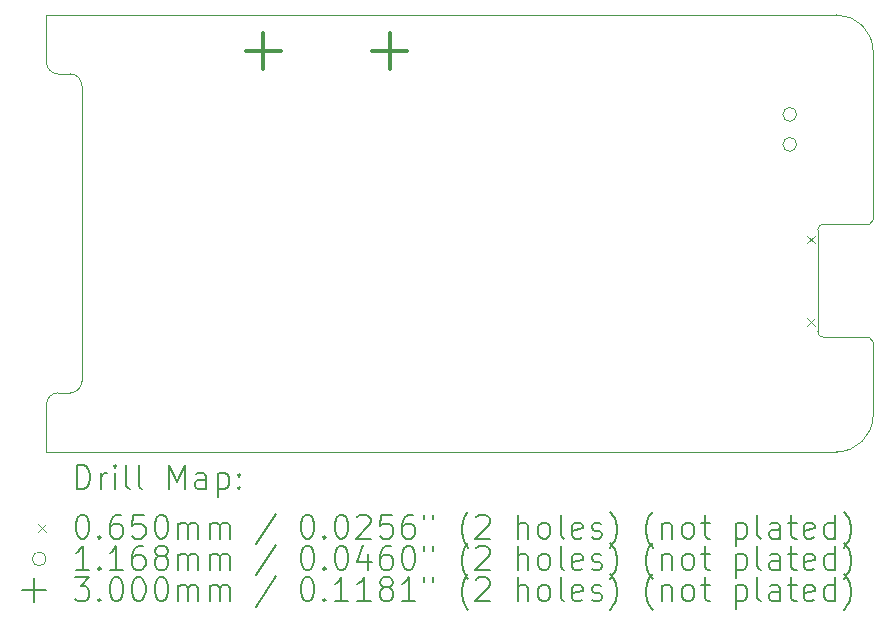
<source format=gbr>
%TF.GenerationSoftware,KiCad,Pcbnew,8.0.3*%
%TF.CreationDate,2024-09-21T22:38:25+02:00*%
%TF.ProjectId,Battery_pack,42617474-6572-4795-9f70-61636b2e6b69,1.0*%
%TF.SameCoordinates,Original*%
%TF.FileFunction,Drillmap*%
%TF.FilePolarity,Positive*%
%FSLAX45Y45*%
G04 Gerber Fmt 4.5, Leading zero omitted, Abs format (unit mm)*
G04 Created by KiCad (PCBNEW 8.0.3) date 2024-09-21 22:38:25*
%MOMM*%
%LPD*%
G01*
G04 APERTURE LIST*
%ADD10C,0.050000*%
%ADD11C,0.200000*%
%ADD12C,0.100000*%
%ADD13C,0.116840*%
%ADD14C,0.299999*%
G04 APERTURE END LIST*
D10*
X10300000Y-12950000D02*
X10300000Y-13350000D01*
X17300000Y-9960000D02*
X17300000Y-11381000D01*
X16990000Y-9650000D02*
G75*
G02*
X17300000Y-9960000I0J-310000D01*
G01*
X10500000Y-12850000D02*
X10400000Y-12850000D01*
X10400000Y-10150000D02*
G75*
G02*
X10300000Y-10050000I0J100000D01*
G01*
X10400000Y-10150000D02*
X10500000Y-10150000D01*
X10600000Y-12750000D02*
G75*
G02*
X10500000Y-12850000I-100000J0D01*
G01*
X10600000Y-10250000D02*
X10600000Y-12750000D01*
X10300000Y-12950000D02*
G75*
G02*
X10400000Y-12850000I100000J0D01*
G01*
X17300000Y-13040000D02*
X17300000Y-12421000D01*
X17300000Y-13040000D02*
G75*
G02*
X16990000Y-13350000I-310000J0D01*
G01*
X10300000Y-13350000D02*
X16990000Y-13350000D01*
X16990000Y-9650000D02*
X10300000Y-9650000D01*
X10300000Y-9650000D02*
X10300000Y-10050000D01*
X10500000Y-10150000D02*
G75*
G02*
X10600000Y-10250000I0J-100000D01*
G01*
X16830020Y-12331000D02*
X16830000Y-11471000D01*
X16880000Y-11421000D02*
X17261000Y-11421200D01*
X17260560Y-12380800D02*
X16880000Y-12381000D01*
X17260560Y-12380800D02*
X17300000Y-12421000D01*
X17261000Y-11421200D02*
X17300000Y-11381200D01*
X16830000Y-11471000D02*
G75*
G02*
X16880000Y-11421000I50000J0D01*
G01*
X16880000Y-12381000D02*
G75*
G02*
X16830000Y-12331000I0J50000D01*
G01*
D11*
D12*
X16742500Y-11518500D02*
X16807500Y-11583500D01*
X16807500Y-11518500D02*
X16742500Y-11583500D01*
X16742500Y-12218500D02*
X16807500Y-12283500D01*
X16807500Y-12218500D02*
X16742500Y-12283500D01*
D13*
X16652180Y-10493000D02*
G75*
G02*
X16535340Y-10493000I-58420J0D01*
G01*
X16535340Y-10493000D02*
G75*
G02*
X16652180Y-10493000I58420J0D01*
G01*
X16652180Y-10747000D02*
G75*
G02*
X16535340Y-10747000I-58420J0D01*
G01*
X16535340Y-10747000D02*
G75*
G02*
X16652180Y-10747000I58420J0D01*
G01*
D14*
X12136120Y-9808000D02*
X12136120Y-10108000D01*
X11986120Y-9958000D02*
X12286120Y-9958000D01*
X13206118Y-9808000D02*
X13206118Y-10108000D01*
X13056118Y-9958000D02*
X13356118Y-9958000D01*
D11*
X10558277Y-13663984D02*
X10558277Y-13463984D01*
X10558277Y-13463984D02*
X10605896Y-13463984D01*
X10605896Y-13463984D02*
X10634467Y-13473508D01*
X10634467Y-13473508D02*
X10653515Y-13492555D01*
X10653515Y-13492555D02*
X10663039Y-13511603D01*
X10663039Y-13511603D02*
X10672563Y-13549698D01*
X10672563Y-13549698D02*
X10672563Y-13578269D01*
X10672563Y-13578269D02*
X10663039Y-13616365D01*
X10663039Y-13616365D02*
X10653515Y-13635412D01*
X10653515Y-13635412D02*
X10634467Y-13654460D01*
X10634467Y-13654460D02*
X10605896Y-13663984D01*
X10605896Y-13663984D02*
X10558277Y-13663984D01*
X10758277Y-13663984D02*
X10758277Y-13530650D01*
X10758277Y-13568746D02*
X10767801Y-13549698D01*
X10767801Y-13549698D02*
X10777324Y-13540174D01*
X10777324Y-13540174D02*
X10796372Y-13530650D01*
X10796372Y-13530650D02*
X10815420Y-13530650D01*
X10882086Y-13663984D02*
X10882086Y-13530650D01*
X10882086Y-13463984D02*
X10872563Y-13473508D01*
X10872563Y-13473508D02*
X10882086Y-13483031D01*
X10882086Y-13483031D02*
X10891610Y-13473508D01*
X10891610Y-13473508D02*
X10882086Y-13463984D01*
X10882086Y-13463984D02*
X10882086Y-13483031D01*
X11005896Y-13663984D02*
X10986848Y-13654460D01*
X10986848Y-13654460D02*
X10977324Y-13635412D01*
X10977324Y-13635412D02*
X10977324Y-13463984D01*
X11110658Y-13663984D02*
X11091610Y-13654460D01*
X11091610Y-13654460D02*
X11082086Y-13635412D01*
X11082086Y-13635412D02*
X11082086Y-13463984D01*
X11339229Y-13663984D02*
X11339229Y-13463984D01*
X11339229Y-13463984D02*
X11405896Y-13606841D01*
X11405896Y-13606841D02*
X11472562Y-13463984D01*
X11472562Y-13463984D02*
X11472562Y-13663984D01*
X11653515Y-13663984D02*
X11653515Y-13559222D01*
X11653515Y-13559222D02*
X11643991Y-13540174D01*
X11643991Y-13540174D02*
X11624943Y-13530650D01*
X11624943Y-13530650D02*
X11586848Y-13530650D01*
X11586848Y-13530650D02*
X11567801Y-13540174D01*
X11653515Y-13654460D02*
X11634467Y-13663984D01*
X11634467Y-13663984D02*
X11586848Y-13663984D01*
X11586848Y-13663984D02*
X11567801Y-13654460D01*
X11567801Y-13654460D02*
X11558277Y-13635412D01*
X11558277Y-13635412D02*
X11558277Y-13616365D01*
X11558277Y-13616365D02*
X11567801Y-13597317D01*
X11567801Y-13597317D02*
X11586848Y-13587793D01*
X11586848Y-13587793D02*
X11634467Y-13587793D01*
X11634467Y-13587793D02*
X11653515Y-13578269D01*
X11748753Y-13530650D02*
X11748753Y-13730650D01*
X11748753Y-13540174D02*
X11767801Y-13530650D01*
X11767801Y-13530650D02*
X11805896Y-13530650D01*
X11805896Y-13530650D02*
X11824943Y-13540174D01*
X11824943Y-13540174D02*
X11834467Y-13549698D01*
X11834467Y-13549698D02*
X11843991Y-13568746D01*
X11843991Y-13568746D02*
X11843991Y-13625888D01*
X11843991Y-13625888D02*
X11834467Y-13644936D01*
X11834467Y-13644936D02*
X11824943Y-13654460D01*
X11824943Y-13654460D02*
X11805896Y-13663984D01*
X11805896Y-13663984D02*
X11767801Y-13663984D01*
X11767801Y-13663984D02*
X11748753Y-13654460D01*
X11929705Y-13644936D02*
X11939229Y-13654460D01*
X11939229Y-13654460D02*
X11929705Y-13663984D01*
X11929705Y-13663984D02*
X11920182Y-13654460D01*
X11920182Y-13654460D02*
X11929705Y-13644936D01*
X11929705Y-13644936D02*
X11929705Y-13663984D01*
X11929705Y-13540174D02*
X11939229Y-13549698D01*
X11939229Y-13549698D02*
X11929705Y-13559222D01*
X11929705Y-13559222D02*
X11920182Y-13549698D01*
X11920182Y-13549698D02*
X11929705Y-13540174D01*
X11929705Y-13540174D02*
X11929705Y-13559222D01*
D12*
X10232500Y-13960000D02*
X10297500Y-14025000D01*
X10297500Y-13960000D02*
X10232500Y-14025000D01*
D11*
X10596372Y-13883984D02*
X10615420Y-13883984D01*
X10615420Y-13883984D02*
X10634467Y-13893508D01*
X10634467Y-13893508D02*
X10643991Y-13903031D01*
X10643991Y-13903031D02*
X10653515Y-13922079D01*
X10653515Y-13922079D02*
X10663039Y-13960174D01*
X10663039Y-13960174D02*
X10663039Y-14007793D01*
X10663039Y-14007793D02*
X10653515Y-14045888D01*
X10653515Y-14045888D02*
X10643991Y-14064936D01*
X10643991Y-14064936D02*
X10634467Y-14074460D01*
X10634467Y-14074460D02*
X10615420Y-14083984D01*
X10615420Y-14083984D02*
X10596372Y-14083984D01*
X10596372Y-14083984D02*
X10577324Y-14074460D01*
X10577324Y-14074460D02*
X10567801Y-14064936D01*
X10567801Y-14064936D02*
X10558277Y-14045888D01*
X10558277Y-14045888D02*
X10548753Y-14007793D01*
X10548753Y-14007793D02*
X10548753Y-13960174D01*
X10548753Y-13960174D02*
X10558277Y-13922079D01*
X10558277Y-13922079D02*
X10567801Y-13903031D01*
X10567801Y-13903031D02*
X10577324Y-13893508D01*
X10577324Y-13893508D02*
X10596372Y-13883984D01*
X10748753Y-14064936D02*
X10758277Y-14074460D01*
X10758277Y-14074460D02*
X10748753Y-14083984D01*
X10748753Y-14083984D02*
X10739229Y-14074460D01*
X10739229Y-14074460D02*
X10748753Y-14064936D01*
X10748753Y-14064936D02*
X10748753Y-14083984D01*
X10929705Y-13883984D02*
X10891610Y-13883984D01*
X10891610Y-13883984D02*
X10872563Y-13893508D01*
X10872563Y-13893508D02*
X10863039Y-13903031D01*
X10863039Y-13903031D02*
X10843991Y-13931603D01*
X10843991Y-13931603D02*
X10834467Y-13969698D01*
X10834467Y-13969698D02*
X10834467Y-14045888D01*
X10834467Y-14045888D02*
X10843991Y-14064936D01*
X10843991Y-14064936D02*
X10853515Y-14074460D01*
X10853515Y-14074460D02*
X10872563Y-14083984D01*
X10872563Y-14083984D02*
X10910658Y-14083984D01*
X10910658Y-14083984D02*
X10929705Y-14074460D01*
X10929705Y-14074460D02*
X10939229Y-14064936D01*
X10939229Y-14064936D02*
X10948753Y-14045888D01*
X10948753Y-14045888D02*
X10948753Y-13998269D01*
X10948753Y-13998269D02*
X10939229Y-13979222D01*
X10939229Y-13979222D02*
X10929705Y-13969698D01*
X10929705Y-13969698D02*
X10910658Y-13960174D01*
X10910658Y-13960174D02*
X10872563Y-13960174D01*
X10872563Y-13960174D02*
X10853515Y-13969698D01*
X10853515Y-13969698D02*
X10843991Y-13979222D01*
X10843991Y-13979222D02*
X10834467Y-13998269D01*
X11129705Y-13883984D02*
X11034467Y-13883984D01*
X11034467Y-13883984D02*
X11024944Y-13979222D01*
X11024944Y-13979222D02*
X11034467Y-13969698D01*
X11034467Y-13969698D02*
X11053515Y-13960174D01*
X11053515Y-13960174D02*
X11101134Y-13960174D01*
X11101134Y-13960174D02*
X11120182Y-13969698D01*
X11120182Y-13969698D02*
X11129705Y-13979222D01*
X11129705Y-13979222D02*
X11139229Y-13998269D01*
X11139229Y-13998269D02*
X11139229Y-14045888D01*
X11139229Y-14045888D02*
X11129705Y-14064936D01*
X11129705Y-14064936D02*
X11120182Y-14074460D01*
X11120182Y-14074460D02*
X11101134Y-14083984D01*
X11101134Y-14083984D02*
X11053515Y-14083984D01*
X11053515Y-14083984D02*
X11034467Y-14074460D01*
X11034467Y-14074460D02*
X11024944Y-14064936D01*
X11263039Y-13883984D02*
X11282086Y-13883984D01*
X11282086Y-13883984D02*
X11301134Y-13893508D01*
X11301134Y-13893508D02*
X11310658Y-13903031D01*
X11310658Y-13903031D02*
X11320182Y-13922079D01*
X11320182Y-13922079D02*
X11329705Y-13960174D01*
X11329705Y-13960174D02*
X11329705Y-14007793D01*
X11329705Y-14007793D02*
X11320182Y-14045888D01*
X11320182Y-14045888D02*
X11310658Y-14064936D01*
X11310658Y-14064936D02*
X11301134Y-14074460D01*
X11301134Y-14074460D02*
X11282086Y-14083984D01*
X11282086Y-14083984D02*
X11263039Y-14083984D01*
X11263039Y-14083984D02*
X11243991Y-14074460D01*
X11243991Y-14074460D02*
X11234467Y-14064936D01*
X11234467Y-14064936D02*
X11224943Y-14045888D01*
X11224943Y-14045888D02*
X11215420Y-14007793D01*
X11215420Y-14007793D02*
X11215420Y-13960174D01*
X11215420Y-13960174D02*
X11224943Y-13922079D01*
X11224943Y-13922079D02*
X11234467Y-13903031D01*
X11234467Y-13903031D02*
X11243991Y-13893508D01*
X11243991Y-13893508D02*
X11263039Y-13883984D01*
X11415420Y-14083984D02*
X11415420Y-13950650D01*
X11415420Y-13969698D02*
X11424943Y-13960174D01*
X11424943Y-13960174D02*
X11443991Y-13950650D01*
X11443991Y-13950650D02*
X11472563Y-13950650D01*
X11472563Y-13950650D02*
X11491610Y-13960174D01*
X11491610Y-13960174D02*
X11501134Y-13979222D01*
X11501134Y-13979222D02*
X11501134Y-14083984D01*
X11501134Y-13979222D02*
X11510658Y-13960174D01*
X11510658Y-13960174D02*
X11529705Y-13950650D01*
X11529705Y-13950650D02*
X11558277Y-13950650D01*
X11558277Y-13950650D02*
X11577324Y-13960174D01*
X11577324Y-13960174D02*
X11586848Y-13979222D01*
X11586848Y-13979222D02*
X11586848Y-14083984D01*
X11682086Y-14083984D02*
X11682086Y-13950650D01*
X11682086Y-13969698D02*
X11691610Y-13960174D01*
X11691610Y-13960174D02*
X11710658Y-13950650D01*
X11710658Y-13950650D02*
X11739229Y-13950650D01*
X11739229Y-13950650D02*
X11758277Y-13960174D01*
X11758277Y-13960174D02*
X11767801Y-13979222D01*
X11767801Y-13979222D02*
X11767801Y-14083984D01*
X11767801Y-13979222D02*
X11777324Y-13960174D01*
X11777324Y-13960174D02*
X11796372Y-13950650D01*
X11796372Y-13950650D02*
X11824943Y-13950650D01*
X11824943Y-13950650D02*
X11843991Y-13960174D01*
X11843991Y-13960174D02*
X11853515Y-13979222D01*
X11853515Y-13979222D02*
X11853515Y-14083984D01*
X12243991Y-13874460D02*
X12072563Y-14131603D01*
X12501134Y-13883984D02*
X12520182Y-13883984D01*
X12520182Y-13883984D02*
X12539229Y-13893508D01*
X12539229Y-13893508D02*
X12548753Y-13903031D01*
X12548753Y-13903031D02*
X12558277Y-13922079D01*
X12558277Y-13922079D02*
X12567801Y-13960174D01*
X12567801Y-13960174D02*
X12567801Y-14007793D01*
X12567801Y-14007793D02*
X12558277Y-14045888D01*
X12558277Y-14045888D02*
X12548753Y-14064936D01*
X12548753Y-14064936D02*
X12539229Y-14074460D01*
X12539229Y-14074460D02*
X12520182Y-14083984D01*
X12520182Y-14083984D02*
X12501134Y-14083984D01*
X12501134Y-14083984D02*
X12482086Y-14074460D01*
X12482086Y-14074460D02*
X12472563Y-14064936D01*
X12472563Y-14064936D02*
X12463039Y-14045888D01*
X12463039Y-14045888D02*
X12453515Y-14007793D01*
X12453515Y-14007793D02*
X12453515Y-13960174D01*
X12453515Y-13960174D02*
X12463039Y-13922079D01*
X12463039Y-13922079D02*
X12472563Y-13903031D01*
X12472563Y-13903031D02*
X12482086Y-13893508D01*
X12482086Y-13893508D02*
X12501134Y-13883984D01*
X12653515Y-14064936D02*
X12663039Y-14074460D01*
X12663039Y-14074460D02*
X12653515Y-14083984D01*
X12653515Y-14083984D02*
X12643991Y-14074460D01*
X12643991Y-14074460D02*
X12653515Y-14064936D01*
X12653515Y-14064936D02*
X12653515Y-14083984D01*
X12786848Y-13883984D02*
X12805896Y-13883984D01*
X12805896Y-13883984D02*
X12824944Y-13893508D01*
X12824944Y-13893508D02*
X12834467Y-13903031D01*
X12834467Y-13903031D02*
X12843991Y-13922079D01*
X12843991Y-13922079D02*
X12853515Y-13960174D01*
X12853515Y-13960174D02*
X12853515Y-14007793D01*
X12853515Y-14007793D02*
X12843991Y-14045888D01*
X12843991Y-14045888D02*
X12834467Y-14064936D01*
X12834467Y-14064936D02*
X12824944Y-14074460D01*
X12824944Y-14074460D02*
X12805896Y-14083984D01*
X12805896Y-14083984D02*
X12786848Y-14083984D01*
X12786848Y-14083984D02*
X12767801Y-14074460D01*
X12767801Y-14074460D02*
X12758277Y-14064936D01*
X12758277Y-14064936D02*
X12748753Y-14045888D01*
X12748753Y-14045888D02*
X12739229Y-14007793D01*
X12739229Y-14007793D02*
X12739229Y-13960174D01*
X12739229Y-13960174D02*
X12748753Y-13922079D01*
X12748753Y-13922079D02*
X12758277Y-13903031D01*
X12758277Y-13903031D02*
X12767801Y-13893508D01*
X12767801Y-13893508D02*
X12786848Y-13883984D01*
X12929706Y-13903031D02*
X12939229Y-13893508D01*
X12939229Y-13893508D02*
X12958277Y-13883984D01*
X12958277Y-13883984D02*
X13005896Y-13883984D01*
X13005896Y-13883984D02*
X13024944Y-13893508D01*
X13024944Y-13893508D02*
X13034467Y-13903031D01*
X13034467Y-13903031D02*
X13043991Y-13922079D01*
X13043991Y-13922079D02*
X13043991Y-13941127D01*
X13043991Y-13941127D02*
X13034467Y-13969698D01*
X13034467Y-13969698D02*
X12920182Y-14083984D01*
X12920182Y-14083984D02*
X13043991Y-14083984D01*
X13224944Y-13883984D02*
X13129706Y-13883984D01*
X13129706Y-13883984D02*
X13120182Y-13979222D01*
X13120182Y-13979222D02*
X13129706Y-13969698D01*
X13129706Y-13969698D02*
X13148753Y-13960174D01*
X13148753Y-13960174D02*
X13196372Y-13960174D01*
X13196372Y-13960174D02*
X13215420Y-13969698D01*
X13215420Y-13969698D02*
X13224944Y-13979222D01*
X13224944Y-13979222D02*
X13234467Y-13998269D01*
X13234467Y-13998269D02*
X13234467Y-14045888D01*
X13234467Y-14045888D02*
X13224944Y-14064936D01*
X13224944Y-14064936D02*
X13215420Y-14074460D01*
X13215420Y-14074460D02*
X13196372Y-14083984D01*
X13196372Y-14083984D02*
X13148753Y-14083984D01*
X13148753Y-14083984D02*
X13129706Y-14074460D01*
X13129706Y-14074460D02*
X13120182Y-14064936D01*
X13405896Y-13883984D02*
X13367801Y-13883984D01*
X13367801Y-13883984D02*
X13348753Y-13893508D01*
X13348753Y-13893508D02*
X13339229Y-13903031D01*
X13339229Y-13903031D02*
X13320182Y-13931603D01*
X13320182Y-13931603D02*
X13310658Y-13969698D01*
X13310658Y-13969698D02*
X13310658Y-14045888D01*
X13310658Y-14045888D02*
X13320182Y-14064936D01*
X13320182Y-14064936D02*
X13329706Y-14074460D01*
X13329706Y-14074460D02*
X13348753Y-14083984D01*
X13348753Y-14083984D02*
X13386848Y-14083984D01*
X13386848Y-14083984D02*
X13405896Y-14074460D01*
X13405896Y-14074460D02*
X13415420Y-14064936D01*
X13415420Y-14064936D02*
X13424944Y-14045888D01*
X13424944Y-14045888D02*
X13424944Y-13998269D01*
X13424944Y-13998269D02*
X13415420Y-13979222D01*
X13415420Y-13979222D02*
X13405896Y-13969698D01*
X13405896Y-13969698D02*
X13386848Y-13960174D01*
X13386848Y-13960174D02*
X13348753Y-13960174D01*
X13348753Y-13960174D02*
X13329706Y-13969698D01*
X13329706Y-13969698D02*
X13320182Y-13979222D01*
X13320182Y-13979222D02*
X13310658Y-13998269D01*
X13501134Y-13883984D02*
X13501134Y-13922079D01*
X13577325Y-13883984D02*
X13577325Y-13922079D01*
X13872563Y-14160174D02*
X13863039Y-14150650D01*
X13863039Y-14150650D02*
X13843991Y-14122079D01*
X13843991Y-14122079D02*
X13834468Y-14103031D01*
X13834468Y-14103031D02*
X13824944Y-14074460D01*
X13824944Y-14074460D02*
X13815420Y-14026841D01*
X13815420Y-14026841D02*
X13815420Y-13988746D01*
X13815420Y-13988746D02*
X13824944Y-13941127D01*
X13824944Y-13941127D02*
X13834468Y-13912555D01*
X13834468Y-13912555D02*
X13843991Y-13893508D01*
X13843991Y-13893508D02*
X13863039Y-13864936D01*
X13863039Y-13864936D02*
X13872563Y-13855412D01*
X13939229Y-13903031D02*
X13948753Y-13893508D01*
X13948753Y-13893508D02*
X13967801Y-13883984D01*
X13967801Y-13883984D02*
X14015420Y-13883984D01*
X14015420Y-13883984D02*
X14034468Y-13893508D01*
X14034468Y-13893508D02*
X14043991Y-13903031D01*
X14043991Y-13903031D02*
X14053515Y-13922079D01*
X14053515Y-13922079D02*
X14053515Y-13941127D01*
X14053515Y-13941127D02*
X14043991Y-13969698D01*
X14043991Y-13969698D02*
X13929706Y-14083984D01*
X13929706Y-14083984D02*
X14053515Y-14083984D01*
X14291610Y-14083984D02*
X14291610Y-13883984D01*
X14377325Y-14083984D02*
X14377325Y-13979222D01*
X14377325Y-13979222D02*
X14367801Y-13960174D01*
X14367801Y-13960174D02*
X14348753Y-13950650D01*
X14348753Y-13950650D02*
X14320182Y-13950650D01*
X14320182Y-13950650D02*
X14301134Y-13960174D01*
X14301134Y-13960174D02*
X14291610Y-13969698D01*
X14501134Y-14083984D02*
X14482087Y-14074460D01*
X14482087Y-14074460D02*
X14472563Y-14064936D01*
X14472563Y-14064936D02*
X14463039Y-14045888D01*
X14463039Y-14045888D02*
X14463039Y-13988746D01*
X14463039Y-13988746D02*
X14472563Y-13969698D01*
X14472563Y-13969698D02*
X14482087Y-13960174D01*
X14482087Y-13960174D02*
X14501134Y-13950650D01*
X14501134Y-13950650D02*
X14529706Y-13950650D01*
X14529706Y-13950650D02*
X14548753Y-13960174D01*
X14548753Y-13960174D02*
X14558277Y-13969698D01*
X14558277Y-13969698D02*
X14567801Y-13988746D01*
X14567801Y-13988746D02*
X14567801Y-14045888D01*
X14567801Y-14045888D02*
X14558277Y-14064936D01*
X14558277Y-14064936D02*
X14548753Y-14074460D01*
X14548753Y-14074460D02*
X14529706Y-14083984D01*
X14529706Y-14083984D02*
X14501134Y-14083984D01*
X14682087Y-14083984D02*
X14663039Y-14074460D01*
X14663039Y-14074460D02*
X14653515Y-14055412D01*
X14653515Y-14055412D02*
X14653515Y-13883984D01*
X14834468Y-14074460D02*
X14815420Y-14083984D01*
X14815420Y-14083984D02*
X14777325Y-14083984D01*
X14777325Y-14083984D02*
X14758277Y-14074460D01*
X14758277Y-14074460D02*
X14748753Y-14055412D01*
X14748753Y-14055412D02*
X14748753Y-13979222D01*
X14748753Y-13979222D02*
X14758277Y-13960174D01*
X14758277Y-13960174D02*
X14777325Y-13950650D01*
X14777325Y-13950650D02*
X14815420Y-13950650D01*
X14815420Y-13950650D02*
X14834468Y-13960174D01*
X14834468Y-13960174D02*
X14843991Y-13979222D01*
X14843991Y-13979222D02*
X14843991Y-13998269D01*
X14843991Y-13998269D02*
X14748753Y-14017317D01*
X14920182Y-14074460D02*
X14939230Y-14083984D01*
X14939230Y-14083984D02*
X14977325Y-14083984D01*
X14977325Y-14083984D02*
X14996372Y-14074460D01*
X14996372Y-14074460D02*
X15005896Y-14055412D01*
X15005896Y-14055412D02*
X15005896Y-14045888D01*
X15005896Y-14045888D02*
X14996372Y-14026841D01*
X14996372Y-14026841D02*
X14977325Y-14017317D01*
X14977325Y-14017317D02*
X14948753Y-14017317D01*
X14948753Y-14017317D02*
X14929706Y-14007793D01*
X14929706Y-14007793D02*
X14920182Y-13988746D01*
X14920182Y-13988746D02*
X14920182Y-13979222D01*
X14920182Y-13979222D02*
X14929706Y-13960174D01*
X14929706Y-13960174D02*
X14948753Y-13950650D01*
X14948753Y-13950650D02*
X14977325Y-13950650D01*
X14977325Y-13950650D02*
X14996372Y-13960174D01*
X15072563Y-14160174D02*
X15082087Y-14150650D01*
X15082087Y-14150650D02*
X15101134Y-14122079D01*
X15101134Y-14122079D02*
X15110658Y-14103031D01*
X15110658Y-14103031D02*
X15120182Y-14074460D01*
X15120182Y-14074460D02*
X15129706Y-14026841D01*
X15129706Y-14026841D02*
X15129706Y-13988746D01*
X15129706Y-13988746D02*
X15120182Y-13941127D01*
X15120182Y-13941127D02*
X15110658Y-13912555D01*
X15110658Y-13912555D02*
X15101134Y-13893508D01*
X15101134Y-13893508D02*
X15082087Y-13864936D01*
X15082087Y-13864936D02*
X15072563Y-13855412D01*
X15434468Y-14160174D02*
X15424944Y-14150650D01*
X15424944Y-14150650D02*
X15405896Y-14122079D01*
X15405896Y-14122079D02*
X15396372Y-14103031D01*
X15396372Y-14103031D02*
X15386849Y-14074460D01*
X15386849Y-14074460D02*
X15377325Y-14026841D01*
X15377325Y-14026841D02*
X15377325Y-13988746D01*
X15377325Y-13988746D02*
X15386849Y-13941127D01*
X15386849Y-13941127D02*
X15396372Y-13912555D01*
X15396372Y-13912555D02*
X15405896Y-13893508D01*
X15405896Y-13893508D02*
X15424944Y-13864936D01*
X15424944Y-13864936D02*
X15434468Y-13855412D01*
X15510658Y-13950650D02*
X15510658Y-14083984D01*
X15510658Y-13969698D02*
X15520182Y-13960174D01*
X15520182Y-13960174D02*
X15539230Y-13950650D01*
X15539230Y-13950650D02*
X15567801Y-13950650D01*
X15567801Y-13950650D02*
X15586849Y-13960174D01*
X15586849Y-13960174D02*
X15596372Y-13979222D01*
X15596372Y-13979222D02*
X15596372Y-14083984D01*
X15720182Y-14083984D02*
X15701134Y-14074460D01*
X15701134Y-14074460D02*
X15691611Y-14064936D01*
X15691611Y-14064936D02*
X15682087Y-14045888D01*
X15682087Y-14045888D02*
X15682087Y-13988746D01*
X15682087Y-13988746D02*
X15691611Y-13969698D01*
X15691611Y-13969698D02*
X15701134Y-13960174D01*
X15701134Y-13960174D02*
X15720182Y-13950650D01*
X15720182Y-13950650D02*
X15748753Y-13950650D01*
X15748753Y-13950650D02*
X15767801Y-13960174D01*
X15767801Y-13960174D02*
X15777325Y-13969698D01*
X15777325Y-13969698D02*
X15786849Y-13988746D01*
X15786849Y-13988746D02*
X15786849Y-14045888D01*
X15786849Y-14045888D02*
X15777325Y-14064936D01*
X15777325Y-14064936D02*
X15767801Y-14074460D01*
X15767801Y-14074460D02*
X15748753Y-14083984D01*
X15748753Y-14083984D02*
X15720182Y-14083984D01*
X15843992Y-13950650D02*
X15920182Y-13950650D01*
X15872563Y-13883984D02*
X15872563Y-14055412D01*
X15872563Y-14055412D02*
X15882087Y-14074460D01*
X15882087Y-14074460D02*
X15901134Y-14083984D01*
X15901134Y-14083984D02*
X15920182Y-14083984D01*
X16139230Y-13950650D02*
X16139230Y-14150650D01*
X16139230Y-13960174D02*
X16158277Y-13950650D01*
X16158277Y-13950650D02*
X16196373Y-13950650D01*
X16196373Y-13950650D02*
X16215420Y-13960174D01*
X16215420Y-13960174D02*
X16224944Y-13969698D01*
X16224944Y-13969698D02*
X16234468Y-13988746D01*
X16234468Y-13988746D02*
X16234468Y-14045888D01*
X16234468Y-14045888D02*
X16224944Y-14064936D01*
X16224944Y-14064936D02*
X16215420Y-14074460D01*
X16215420Y-14074460D02*
X16196373Y-14083984D01*
X16196373Y-14083984D02*
X16158277Y-14083984D01*
X16158277Y-14083984D02*
X16139230Y-14074460D01*
X16348753Y-14083984D02*
X16329706Y-14074460D01*
X16329706Y-14074460D02*
X16320182Y-14055412D01*
X16320182Y-14055412D02*
X16320182Y-13883984D01*
X16510658Y-14083984D02*
X16510658Y-13979222D01*
X16510658Y-13979222D02*
X16501134Y-13960174D01*
X16501134Y-13960174D02*
X16482087Y-13950650D01*
X16482087Y-13950650D02*
X16443992Y-13950650D01*
X16443992Y-13950650D02*
X16424944Y-13960174D01*
X16510658Y-14074460D02*
X16491611Y-14083984D01*
X16491611Y-14083984D02*
X16443992Y-14083984D01*
X16443992Y-14083984D02*
X16424944Y-14074460D01*
X16424944Y-14074460D02*
X16415420Y-14055412D01*
X16415420Y-14055412D02*
X16415420Y-14036365D01*
X16415420Y-14036365D02*
X16424944Y-14017317D01*
X16424944Y-14017317D02*
X16443992Y-14007793D01*
X16443992Y-14007793D02*
X16491611Y-14007793D01*
X16491611Y-14007793D02*
X16510658Y-13998269D01*
X16577325Y-13950650D02*
X16653515Y-13950650D01*
X16605896Y-13883984D02*
X16605896Y-14055412D01*
X16605896Y-14055412D02*
X16615420Y-14074460D01*
X16615420Y-14074460D02*
X16634468Y-14083984D01*
X16634468Y-14083984D02*
X16653515Y-14083984D01*
X16796373Y-14074460D02*
X16777325Y-14083984D01*
X16777325Y-14083984D02*
X16739230Y-14083984D01*
X16739230Y-14083984D02*
X16720182Y-14074460D01*
X16720182Y-14074460D02*
X16710658Y-14055412D01*
X16710658Y-14055412D02*
X16710658Y-13979222D01*
X16710658Y-13979222D02*
X16720182Y-13960174D01*
X16720182Y-13960174D02*
X16739230Y-13950650D01*
X16739230Y-13950650D02*
X16777325Y-13950650D01*
X16777325Y-13950650D02*
X16796373Y-13960174D01*
X16796373Y-13960174D02*
X16805896Y-13979222D01*
X16805896Y-13979222D02*
X16805896Y-13998269D01*
X16805896Y-13998269D02*
X16710658Y-14017317D01*
X16977325Y-14083984D02*
X16977325Y-13883984D01*
X16977325Y-14074460D02*
X16958277Y-14083984D01*
X16958277Y-14083984D02*
X16920182Y-14083984D01*
X16920182Y-14083984D02*
X16901135Y-14074460D01*
X16901135Y-14074460D02*
X16891611Y-14064936D01*
X16891611Y-14064936D02*
X16882087Y-14045888D01*
X16882087Y-14045888D02*
X16882087Y-13988746D01*
X16882087Y-13988746D02*
X16891611Y-13969698D01*
X16891611Y-13969698D02*
X16901135Y-13960174D01*
X16901135Y-13960174D02*
X16920182Y-13950650D01*
X16920182Y-13950650D02*
X16958277Y-13950650D01*
X16958277Y-13950650D02*
X16977325Y-13960174D01*
X17053516Y-14160174D02*
X17063039Y-14150650D01*
X17063039Y-14150650D02*
X17082087Y-14122079D01*
X17082087Y-14122079D02*
X17091611Y-14103031D01*
X17091611Y-14103031D02*
X17101135Y-14074460D01*
X17101135Y-14074460D02*
X17110658Y-14026841D01*
X17110658Y-14026841D02*
X17110658Y-13988746D01*
X17110658Y-13988746D02*
X17101135Y-13941127D01*
X17101135Y-13941127D02*
X17091611Y-13912555D01*
X17091611Y-13912555D02*
X17082087Y-13893508D01*
X17082087Y-13893508D02*
X17063039Y-13864936D01*
X17063039Y-13864936D02*
X17053516Y-13855412D01*
D13*
X10297500Y-14256500D02*
G75*
G02*
X10180660Y-14256500I-58420J0D01*
G01*
X10180660Y-14256500D02*
G75*
G02*
X10297500Y-14256500I58420J0D01*
G01*
D11*
X10663039Y-14347984D02*
X10548753Y-14347984D01*
X10605896Y-14347984D02*
X10605896Y-14147984D01*
X10605896Y-14147984D02*
X10586848Y-14176555D01*
X10586848Y-14176555D02*
X10567801Y-14195603D01*
X10567801Y-14195603D02*
X10548753Y-14205127D01*
X10748753Y-14328936D02*
X10758277Y-14338460D01*
X10758277Y-14338460D02*
X10748753Y-14347984D01*
X10748753Y-14347984D02*
X10739229Y-14338460D01*
X10739229Y-14338460D02*
X10748753Y-14328936D01*
X10748753Y-14328936D02*
X10748753Y-14347984D01*
X10948753Y-14347984D02*
X10834467Y-14347984D01*
X10891610Y-14347984D02*
X10891610Y-14147984D01*
X10891610Y-14147984D02*
X10872563Y-14176555D01*
X10872563Y-14176555D02*
X10853515Y-14195603D01*
X10853515Y-14195603D02*
X10834467Y-14205127D01*
X11120182Y-14147984D02*
X11082086Y-14147984D01*
X11082086Y-14147984D02*
X11063039Y-14157508D01*
X11063039Y-14157508D02*
X11053515Y-14167031D01*
X11053515Y-14167031D02*
X11034467Y-14195603D01*
X11034467Y-14195603D02*
X11024944Y-14233698D01*
X11024944Y-14233698D02*
X11024944Y-14309888D01*
X11024944Y-14309888D02*
X11034467Y-14328936D01*
X11034467Y-14328936D02*
X11043991Y-14338460D01*
X11043991Y-14338460D02*
X11063039Y-14347984D01*
X11063039Y-14347984D02*
X11101134Y-14347984D01*
X11101134Y-14347984D02*
X11120182Y-14338460D01*
X11120182Y-14338460D02*
X11129705Y-14328936D01*
X11129705Y-14328936D02*
X11139229Y-14309888D01*
X11139229Y-14309888D02*
X11139229Y-14262269D01*
X11139229Y-14262269D02*
X11129705Y-14243222D01*
X11129705Y-14243222D02*
X11120182Y-14233698D01*
X11120182Y-14233698D02*
X11101134Y-14224174D01*
X11101134Y-14224174D02*
X11063039Y-14224174D01*
X11063039Y-14224174D02*
X11043991Y-14233698D01*
X11043991Y-14233698D02*
X11034467Y-14243222D01*
X11034467Y-14243222D02*
X11024944Y-14262269D01*
X11253515Y-14233698D02*
X11234467Y-14224174D01*
X11234467Y-14224174D02*
X11224943Y-14214650D01*
X11224943Y-14214650D02*
X11215420Y-14195603D01*
X11215420Y-14195603D02*
X11215420Y-14186079D01*
X11215420Y-14186079D02*
X11224943Y-14167031D01*
X11224943Y-14167031D02*
X11234467Y-14157508D01*
X11234467Y-14157508D02*
X11253515Y-14147984D01*
X11253515Y-14147984D02*
X11291610Y-14147984D01*
X11291610Y-14147984D02*
X11310658Y-14157508D01*
X11310658Y-14157508D02*
X11320182Y-14167031D01*
X11320182Y-14167031D02*
X11329705Y-14186079D01*
X11329705Y-14186079D02*
X11329705Y-14195603D01*
X11329705Y-14195603D02*
X11320182Y-14214650D01*
X11320182Y-14214650D02*
X11310658Y-14224174D01*
X11310658Y-14224174D02*
X11291610Y-14233698D01*
X11291610Y-14233698D02*
X11253515Y-14233698D01*
X11253515Y-14233698D02*
X11234467Y-14243222D01*
X11234467Y-14243222D02*
X11224943Y-14252746D01*
X11224943Y-14252746D02*
X11215420Y-14271793D01*
X11215420Y-14271793D02*
X11215420Y-14309888D01*
X11215420Y-14309888D02*
X11224943Y-14328936D01*
X11224943Y-14328936D02*
X11234467Y-14338460D01*
X11234467Y-14338460D02*
X11253515Y-14347984D01*
X11253515Y-14347984D02*
X11291610Y-14347984D01*
X11291610Y-14347984D02*
X11310658Y-14338460D01*
X11310658Y-14338460D02*
X11320182Y-14328936D01*
X11320182Y-14328936D02*
X11329705Y-14309888D01*
X11329705Y-14309888D02*
X11329705Y-14271793D01*
X11329705Y-14271793D02*
X11320182Y-14252746D01*
X11320182Y-14252746D02*
X11310658Y-14243222D01*
X11310658Y-14243222D02*
X11291610Y-14233698D01*
X11415420Y-14347984D02*
X11415420Y-14214650D01*
X11415420Y-14233698D02*
X11424943Y-14224174D01*
X11424943Y-14224174D02*
X11443991Y-14214650D01*
X11443991Y-14214650D02*
X11472563Y-14214650D01*
X11472563Y-14214650D02*
X11491610Y-14224174D01*
X11491610Y-14224174D02*
X11501134Y-14243222D01*
X11501134Y-14243222D02*
X11501134Y-14347984D01*
X11501134Y-14243222D02*
X11510658Y-14224174D01*
X11510658Y-14224174D02*
X11529705Y-14214650D01*
X11529705Y-14214650D02*
X11558277Y-14214650D01*
X11558277Y-14214650D02*
X11577324Y-14224174D01*
X11577324Y-14224174D02*
X11586848Y-14243222D01*
X11586848Y-14243222D02*
X11586848Y-14347984D01*
X11682086Y-14347984D02*
X11682086Y-14214650D01*
X11682086Y-14233698D02*
X11691610Y-14224174D01*
X11691610Y-14224174D02*
X11710658Y-14214650D01*
X11710658Y-14214650D02*
X11739229Y-14214650D01*
X11739229Y-14214650D02*
X11758277Y-14224174D01*
X11758277Y-14224174D02*
X11767801Y-14243222D01*
X11767801Y-14243222D02*
X11767801Y-14347984D01*
X11767801Y-14243222D02*
X11777324Y-14224174D01*
X11777324Y-14224174D02*
X11796372Y-14214650D01*
X11796372Y-14214650D02*
X11824943Y-14214650D01*
X11824943Y-14214650D02*
X11843991Y-14224174D01*
X11843991Y-14224174D02*
X11853515Y-14243222D01*
X11853515Y-14243222D02*
X11853515Y-14347984D01*
X12243991Y-14138460D02*
X12072563Y-14395603D01*
X12501134Y-14147984D02*
X12520182Y-14147984D01*
X12520182Y-14147984D02*
X12539229Y-14157508D01*
X12539229Y-14157508D02*
X12548753Y-14167031D01*
X12548753Y-14167031D02*
X12558277Y-14186079D01*
X12558277Y-14186079D02*
X12567801Y-14224174D01*
X12567801Y-14224174D02*
X12567801Y-14271793D01*
X12567801Y-14271793D02*
X12558277Y-14309888D01*
X12558277Y-14309888D02*
X12548753Y-14328936D01*
X12548753Y-14328936D02*
X12539229Y-14338460D01*
X12539229Y-14338460D02*
X12520182Y-14347984D01*
X12520182Y-14347984D02*
X12501134Y-14347984D01*
X12501134Y-14347984D02*
X12482086Y-14338460D01*
X12482086Y-14338460D02*
X12472563Y-14328936D01*
X12472563Y-14328936D02*
X12463039Y-14309888D01*
X12463039Y-14309888D02*
X12453515Y-14271793D01*
X12453515Y-14271793D02*
X12453515Y-14224174D01*
X12453515Y-14224174D02*
X12463039Y-14186079D01*
X12463039Y-14186079D02*
X12472563Y-14167031D01*
X12472563Y-14167031D02*
X12482086Y-14157508D01*
X12482086Y-14157508D02*
X12501134Y-14147984D01*
X12653515Y-14328936D02*
X12663039Y-14338460D01*
X12663039Y-14338460D02*
X12653515Y-14347984D01*
X12653515Y-14347984D02*
X12643991Y-14338460D01*
X12643991Y-14338460D02*
X12653515Y-14328936D01*
X12653515Y-14328936D02*
X12653515Y-14347984D01*
X12786848Y-14147984D02*
X12805896Y-14147984D01*
X12805896Y-14147984D02*
X12824944Y-14157508D01*
X12824944Y-14157508D02*
X12834467Y-14167031D01*
X12834467Y-14167031D02*
X12843991Y-14186079D01*
X12843991Y-14186079D02*
X12853515Y-14224174D01*
X12853515Y-14224174D02*
X12853515Y-14271793D01*
X12853515Y-14271793D02*
X12843991Y-14309888D01*
X12843991Y-14309888D02*
X12834467Y-14328936D01*
X12834467Y-14328936D02*
X12824944Y-14338460D01*
X12824944Y-14338460D02*
X12805896Y-14347984D01*
X12805896Y-14347984D02*
X12786848Y-14347984D01*
X12786848Y-14347984D02*
X12767801Y-14338460D01*
X12767801Y-14338460D02*
X12758277Y-14328936D01*
X12758277Y-14328936D02*
X12748753Y-14309888D01*
X12748753Y-14309888D02*
X12739229Y-14271793D01*
X12739229Y-14271793D02*
X12739229Y-14224174D01*
X12739229Y-14224174D02*
X12748753Y-14186079D01*
X12748753Y-14186079D02*
X12758277Y-14167031D01*
X12758277Y-14167031D02*
X12767801Y-14157508D01*
X12767801Y-14157508D02*
X12786848Y-14147984D01*
X13024944Y-14214650D02*
X13024944Y-14347984D01*
X12977325Y-14138460D02*
X12929706Y-14281317D01*
X12929706Y-14281317D02*
X13053515Y-14281317D01*
X13215420Y-14147984D02*
X13177325Y-14147984D01*
X13177325Y-14147984D02*
X13158277Y-14157508D01*
X13158277Y-14157508D02*
X13148753Y-14167031D01*
X13148753Y-14167031D02*
X13129706Y-14195603D01*
X13129706Y-14195603D02*
X13120182Y-14233698D01*
X13120182Y-14233698D02*
X13120182Y-14309888D01*
X13120182Y-14309888D02*
X13129706Y-14328936D01*
X13129706Y-14328936D02*
X13139229Y-14338460D01*
X13139229Y-14338460D02*
X13158277Y-14347984D01*
X13158277Y-14347984D02*
X13196372Y-14347984D01*
X13196372Y-14347984D02*
X13215420Y-14338460D01*
X13215420Y-14338460D02*
X13224944Y-14328936D01*
X13224944Y-14328936D02*
X13234467Y-14309888D01*
X13234467Y-14309888D02*
X13234467Y-14262269D01*
X13234467Y-14262269D02*
X13224944Y-14243222D01*
X13224944Y-14243222D02*
X13215420Y-14233698D01*
X13215420Y-14233698D02*
X13196372Y-14224174D01*
X13196372Y-14224174D02*
X13158277Y-14224174D01*
X13158277Y-14224174D02*
X13139229Y-14233698D01*
X13139229Y-14233698D02*
X13129706Y-14243222D01*
X13129706Y-14243222D02*
X13120182Y-14262269D01*
X13358277Y-14147984D02*
X13377325Y-14147984D01*
X13377325Y-14147984D02*
X13396372Y-14157508D01*
X13396372Y-14157508D02*
X13405896Y-14167031D01*
X13405896Y-14167031D02*
X13415420Y-14186079D01*
X13415420Y-14186079D02*
X13424944Y-14224174D01*
X13424944Y-14224174D02*
X13424944Y-14271793D01*
X13424944Y-14271793D02*
X13415420Y-14309888D01*
X13415420Y-14309888D02*
X13405896Y-14328936D01*
X13405896Y-14328936D02*
X13396372Y-14338460D01*
X13396372Y-14338460D02*
X13377325Y-14347984D01*
X13377325Y-14347984D02*
X13358277Y-14347984D01*
X13358277Y-14347984D02*
X13339229Y-14338460D01*
X13339229Y-14338460D02*
X13329706Y-14328936D01*
X13329706Y-14328936D02*
X13320182Y-14309888D01*
X13320182Y-14309888D02*
X13310658Y-14271793D01*
X13310658Y-14271793D02*
X13310658Y-14224174D01*
X13310658Y-14224174D02*
X13320182Y-14186079D01*
X13320182Y-14186079D02*
X13329706Y-14167031D01*
X13329706Y-14167031D02*
X13339229Y-14157508D01*
X13339229Y-14157508D02*
X13358277Y-14147984D01*
X13501134Y-14147984D02*
X13501134Y-14186079D01*
X13577325Y-14147984D02*
X13577325Y-14186079D01*
X13872563Y-14424174D02*
X13863039Y-14414650D01*
X13863039Y-14414650D02*
X13843991Y-14386079D01*
X13843991Y-14386079D02*
X13834468Y-14367031D01*
X13834468Y-14367031D02*
X13824944Y-14338460D01*
X13824944Y-14338460D02*
X13815420Y-14290841D01*
X13815420Y-14290841D02*
X13815420Y-14252746D01*
X13815420Y-14252746D02*
X13824944Y-14205127D01*
X13824944Y-14205127D02*
X13834468Y-14176555D01*
X13834468Y-14176555D02*
X13843991Y-14157508D01*
X13843991Y-14157508D02*
X13863039Y-14128936D01*
X13863039Y-14128936D02*
X13872563Y-14119412D01*
X13939229Y-14167031D02*
X13948753Y-14157508D01*
X13948753Y-14157508D02*
X13967801Y-14147984D01*
X13967801Y-14147984D02*
X14015420Y-14147984D01*
X14015420Y-14147984D02*
X14034468Y-14157508D01*
X14034468Y-14157508D02*
X14043991Y-14167031D01*
X14043991Y-14167031D02*
X14053515Y-14186079D01*
X14053515Y-14186079D02*
X14053515Y-14205127D01*
X14053515Y-14205127D02*
X14043991Y-14233698D01*
X14043991Y-14233698D02*
X13929706Y-14347984D01*
X13929706Y-14347984D02*
X14053515Y-14347984D01*
X14291610Y-14347984D02*
X14291610Y-14147984D01*
X14377325Y-14347984D02*
X14377325Y-14243222D01*
X14377325Y-14243222D02*
X14367801Y-14224174D01*
X14367801Y-14224174D02*
X14348753Y-14214650D01*
X14348753Y-14214650D02*
X14320182Y-14214650D01*
X14320182Y-14214650D02*
X14301134Y-14224174D01*
X14301134Y-14224174D02*
X14291610Y-14233698D01*
X14501134Y-14347984D02*
X14482087Y-14338460D01*
X14482087Y-14338460D02*
X14472563Y-14328936D01*
X14472563Y-14328936D02*
X14463039Y-14309888D01*
X14463039Y-14309888D02*
X14463039Y-14252746D01*
X14463039Y-14252746D02*
X14472563Y-14233698D01*
X14472563Y-14233698D02*
X14482087Y-14224174D01*
X14482087Y-14224174D02*
X14501134Y-14214650D01*
X14501134Y-14214650D02*
X14529706Y-14214650D01*
X14529706Y-14214650D02*
X14548753Y-14224174D01*
X14548753Y-14224174D02*
X14558277Y-14233698D01*
X14558277Y-14233698D02*
X14567801Y-14252746D01*
X14567801Y-14252746D02*
X14567801Y-14309888D01*
X14567801Y-14309888D02*
X14558277Y-14328936D01*
X14558277Y-14328936D02*
X14548753Y-14338460D01*
X14548753Y-14338460D02*
X14529706Y-14347984D01*
X14529706Y-14347984D02*
X14501134Y-14347984D01*
X14682087Y-14347984D02*
X14663039Y-14338460D01*
X14663039Y-14338460D02*
X14653515Y-14319412D01*
X14653515Y-14319412D02*
X14653515Y-14147984D01*
X14834468Y-14338460D02*
X14815420Y-14347984D01*
X14815420Y-14347984D02*
X14777325Y-14347984D01*
X14777325Y-14347984D02*
X14758277Y-14338460D01*
X14758277Y-14338460D02*
X14748753Y-14319412D01*
X14748753Y-14319412D02*
X14748753Y-14243222D01*
X14748753Y-14243222D02*
X14758277Y-14224174D01*
X14758277Y-14224174D02*
X14777325Y-14214650D01*
X14777325Y-14214650D02*
X14815420Y-14214650D01*
X14815420Y-14214650D02*
X14834468Y-14224174D01*
X14834468Y-14224174D02*
X14843991Y-14243222D01*
X14843991Y-14243222D02*
X14843991Y-14262269D01*
X14843991Y-14262269D02*
X14748753Y-14281317D01*
X14920182Y-14338460D02*
X14939230Y-14347984D01*
X14939230Y-14347984D02*
X14977325Y-14347984D01*
X14977325Y-14347984D02*
X14996372Y-14338460D01*
X14996372Y-14338460D02*
X15005896Y-14319412D01*
X15005896Y-14319412D02*
X15005896Y-14309888D01*
X15005896Y-14309888D02*
X14996372Y-14290841D01*
X14996372Y-14290841D02*
X14977325Y-14281317D01*
X14977325Y-14281317D02*
X14948753Y-14281317D01*
X14948753Y-14281317D02*
X14929706Y-14271793D01*
X14929706Y-14271793D02*
X14920182Y-14252746D01*
X14920182Y-14252746D02*
X14920182Y-14243222D01*
X14920182Y-14243222D02*
X14929706Y-14224174D01*
X14929706Y-14224174D02*
X14948753Y-14214650D01*
X14948753Y-14214650D02*
X14977325Y-14214650D01*
X14977325Y-14214650D02*
X14996372Y-14224174D01*
X15072563Y-14424174D02*
X15082087Y-14414650D01*
X15082087Y-14414650D02*
X15101134Y-14386079D01*
X15101134Y-14386079D02*
X15110658Y-14367031D01*
X15110658Y-14367031D02*
X15120182Y-14338460D01*
X15120182Y-14338460D02*
X15129706Y-14290841D01*
X15129706Y-14290841D02*
X15129706Y-14252746D01*
X15129706Y-14252746D02*
X15120182Y-14205127D01*
X15120182Y-14205127D02*
X15110658Y-14176555D01*
X15110658Y-14176555D02*
X15101134Y-14157508D01*
X15101134Y-14157508D02*
X15082087Y-14128936D01*
X15082087Y-14128936D02*
X15072563Y-14119412D01*
X15434468Y-14424174D02*
X15424944Y-14414650D01*
X15424944Y-14414650D02*
X15405896Y-14386079D01*
X15405896Y-14386079D02*
X15396372Y-14367031D01*
X15396372Y-14367031D02*
X15386849Y-14338460D01*
X15386849Y-14338460D02*
X15377325Y-14290841D01*
X15377325Y-14290841D02*
X15377325Y-14252746D01*
X15377325Y-14252746D02*
X15386849Y-14205127D01*
X15386849Y-14205127D02*
X15396372Y-14176555D01*
X15396372Y-14176555D02*
X15405896Y-14157508D01*
X15405896Y-14157508D02*
X15424944Y-14128936D01*
X15424944Y-14128936D02*
X15434468Y-14119412D01*
X15510658Y-14214650D02*
X15510658Y-14347984D01*
X15510658Y-14233698D02*
X15520182Y-14224174D01*
X15520182Y-14224174D02*
X15539230Y-14214650D01*
X15539230Y-14214650D02*
X15567801Y-14214650D01*
X15567801Y-14214650D02*
X15586849Y-14224174D01*
X15586849Y-14224174D02*
X15596372Y-14243222D01*
X15596372Y-14243222D02*
X15596372Y-14347984D01*
X15720182Y-14347984D02*
X15701134Y-14338460D01*
X15701134Y-14338460D02*
X15691611Y-14328936D01*
X15691611Y-14328936D02*
X15682087Y-14309888D01*
X15682087Y-14309888D02*
X15682087Y-14252746D01*
X15682087Y-14252746D02*
X15691611Y-14233698D01*
X15691611Y-14233698D02*
X15701134Y-14224174D01*
X15701134Y-14224174D02*
X15720182Y-14214650D01*
X15720182Y-14214650D02*
X15748753Y-14214650D01*
X15748753Y-14214650D02*
X15767801Y-14224174D01*
X15767801Y-14224174D02*
X15777325Y-14233698D01*
X15777325Y-14233698D02*
X15786849Y-14252746D01*
X15786849Y-14252746D02*
X15786849Y-14309888D01*
X15786849Y-14309888D02*
X15777325Y-14328936D01*
X15777325Y-14328936D02*
X15767801Y-14338460D01*
X15767801Y-14338460D02*
X15748753Y-14347984D01*
X15748753Y-14347984D02*
X15720182Y-14347984D01*
X15843992Y-14214650D02*
X15920182Y-14214650D01*
X15872563Y-14147984D02*
X15872563Y-14319412D01*
X15872563Y-14319412D02*
X15882087Y-14338460D01*
X15882087Y-14338460D02*
X15901134Y-14347984D01*
X15901134Y-14347984D02*
X15920182Y-14347984D01*
X16139230Y-14214650D02*
X16139230Y-14414650D01*
X16139230Y-14224174D02*
X16158277Y-14214650D01*
X16158277Y-14214650D02*
X16196373Y-14214650D01*
X16196373Y-14214650D02*
X16215420Y-14224174D01*
X16215420Y-14224174D02*
X16224944Y-14233698D01*
X16224944Y-14233698D02*
X16234468Y-14252746D01*
X16234468Y-14252746D02*
X16234468Y-14309888D01*
X16234468Y-14309888D02*
X16224944Y-14328936D01*
X16224944Y-14328936D02*
X16215420Y-14338460D01*
X16215420Y-14338460D02*
X16196373Y-14347984D01*
X16196373Y-14347984D02*
X16158277Y-14347984D01*
X16158277Y-14347984D02*
X16139230Y-14338460D01*
X16348753Y-14347984D02*
X16329706Y-14338460D01*
X16329706Y-14338460D02*
X16320182Y-14319412D01*
X16320182Y-14319412D02*
X16320182Y-14147984D01*
X16510658Y-14347984D02*
X16510658Y-14243222D01*
X16510658Y-14243222D02*
X16501134Y-14224174D01*
X16501134Y-14224174D02*
X16482087Y-14214650D01*
X16482087Y-14214650D02*
X16443992Y-14214650D01*
X16443992Y-14214650D02*
X16424944Y-14224174D01*
X16510658Y-14338460D02*
X16491611Y-14347984D01*
X16491611Y-14347984D02*
X16443992Y-14347984D01*
X16443992Y-14347984D02*
X16424944Y-14338460D01*
X16424944Y-14338460D02*
X16415420Y-14319412D01*
X16415420Y-14319412D02*
X16415420Y-14300365D01*
X16415420Y-14300365D02*
X16424944Y-14281317D01*
X16424944Y-14281317D02*
X16443992Y-14271793D01*
X16443992Y-14271793D02*
X16491611Y-14271793D01*
X16491611Y-14271793D02*
X16510658Y-14262269D01*
X16577325Y-14214650D02*
X16653515Y-14214650D01*
X16605896Y-14147984D02*
X16605896Y-14319412D01*
X16605896Y-14319412D02*
X16615420Y-14338460D01*
X16615420Y-14338460D02*
X16634468Y-14347984D01*
X16634468Y-14347984D02*
X16653515Y-14347984D01*
X16796373Y-14338460D02*
X16777325Y-14347984D01*
X16777325Y-14347984D02*
X16739230Y-14347984D01*
X16739230Y-14347984D02*
X16720182Y-14338460D01*
X16720182Y-14338460D02*
X16710658Y-14319412D01*
X16710658Y-14319412D02*
X16710658Y-14243222D01*
X16710658Y-14243222D02*
X16720182Y-14224174D01*
X16720182Y-14224174D02*
X16739230Y-14214650D01*
X16739230Y-14214650D02*
X16777325Y-14214650D01*
X16777325Y-14214650D02*
X16796373Y-14224174D01*
X16796373Y-14224174D02*
X16805896Y-14243222D01*
X16805896Y-14243222D02*
X16805896Y-14262269D01*
X16805896Y-14262269D02*
X16710658Y-14281317D01*
X16977325Y-14347984D02*
X16977325Y-14147984D01*
X16977325Y-14338460D02*
X16958277Y-14347984D01*
X16958277Y-14347984D02*
X16920182Y-14347984D01*
X16920182Y-14347984D02*
X16901135Y-14338460D01*
X16901135Y-14338460D02*
X16891611Y-14328936D01*
X16891611Y-14328936D02*
X16882087Y-14309888D01*
X16882087Y-14309888D02*
X16882087Y-14252746D01*
X16882087Y-14252746D02*
X16891611Y-14233698D01*
X16891611Y-14233698D02*
X16901135Y-14224174D01*
X16901135Y-14224174D02*
X16920182Y-14214650D01*
X16920182Y-14214650D02*
X16958277Y-14214650D01*
X16958277Y-14214650D02*
X16977325Y-14224174D01*
X17053516Y-14424174D02*
X17063039Y-14414650D01*
X17063039Y-14414650D02*
X17082087Y-14386079D01*
X17082087Y-14386079D02*
X17091611Y-14367031D01*
X17091611Y-14367031D02*
X17101135Y-14338460D01*
X17101135Y-14338460D02*
X17110658Y-14290841D01*
X17110658Y-14290841D02*
X17110658Y-14252746D01*
X17110658Y-14252746D02*
X17101135Y-14205127D01*
X17101135Y-14205127D02*
X17091611Y-14176555D01*
X17091611Y-14176555D02*
X17082087Y-14157508D01*
X17082087Y-14157508D02*
X17063039Y-14128936D01*
X17063039Y-14128936D02*
X17053516Y-14119412D01*
X10197500Y-14420500D02*
X10197500Y-14620500D01*
X10097500Y-14520500D02*
X10297500Y-14520500D01*
X10539229Y-14411984D02*
X10663039Y-14411984D01*
X10663039Y-14411984D02*
X10596372Y-14488174D01*
X10596372Y-14488174D02*
X10624944Y-14488174D01*
X10624944Y-14488174D02*
X10643991Y-14497698D01*
X10643991Y-14497698D02*
X10653515Y-14507222D01*
X10653515Y-14507222D02*
X10663039Y-14526269D01*
X10663039Y-14526269D02*
X10663039Y-14573888D01*
X10663039Y-14573888D02*
X10653515Y-14592936D01*
X10653515Y-14592936D02*
X10643991Y-14602460D01*
X10643991Y-14602460D02*
X10624944Y-14611984D01*
X10624944Y-14611984D02*
X10567801Y-14611984D01*
X10567801Y-14611984D02*
X10548753Y-14602460D01*
X10548753Y-14602460D02*
X10539229Y-14592936D01*
X10748753Y-14592936D02*
X10758277Y-14602460D01*
X10758277Y-14602460D02*
X10748753Y-14611984D01*
X10748753Y-14611984D02*
X10739229Y-14602460D01*
X10739229Y-14602460D02*
X10748753Y-14592936D01*
X10748753Y-14592936D02*
X10748753Y-14611984D01*
X10882086Y-14411984D02*
X10901134Y-14411984D01*
X10901134Y-14411984D02*
X10920182Y-14421508D01*
X10920182Y-14421508D02*
X10929705Y-14431031D01*
X10929705Y-14431031D02*
X10939229Y-14450079D01*
X10939229Y-14450079D02*
X10948753Y-14488174D01*
X10948753Y-14488174D02*
X10948753Y-14535793D01*
X10948753Y-14535793D02*
X10939229Y-14573888D01*
X10939229Y-14573888D02*
X10929705Y-14592936D01*
X10929705Y-14592936D02*
X10920182Y-14602460D01*
X10920182Y-14602460D02*
X10901134Y-14611984D01*
X10901134Y-14611984D02*
X10882086Y-14611984D01*
X10882086Y-14611984D02*
X10863039Y-14602460D01*
X10863039Y-14602460D02*
X10853515Y-14592936D01*
X10853515Y-14592936D02*
X10843991Y-14573888D01*
X10843991Y-14573888D02*
X10834467Y-14535793D01*
X10834467Y-14535793D02*
X10834467Y-14488174D01*
X10834467Y-14488174D02*
X10843991Y-14450079D01*
X10843991Y-14450079D02*
X10853515Y-14431031D01*
X10853515Y-14431031D02*
X10863039Y-14421508D01*
X10863039Y-14421508D02*
X10882086Y-14411984D01*
X11072563Y-14411984D02*
X11091610Y-14411984D01*
X11091610Y-14411984D02*
X11110658Y-14421508D01*
X11110658Y-14421508D02*
X11120182Y-14431031D01*
X11120182Y-14431031D02*
X11129705Y-14450079D01*
X11129705Y-14450079D02*
X11139229Y-14488174D01*
X11139229Y-14488174D02*
X11139229Y-14535793D01*
X11139229Y-14535793D02*
X11129705Y-14573888D01*
X11129705Y-14573888D02*
X11120182Y-14592936D01*
X11120182Y-14592936D02*
X11110658Y-14602460D01*
X11110658Y-14602460D02*
X11091610Y-14611984D01*
X11091610Y-14611984D02*
X11072563Y-14611984D01*
X11072563Y-14611984D02*
X11053515Y-14602460D01*
X11053515Y-14602460D02*
X11043991Y-14592936D01*
X11043991Y-14592936D02*
X11034467Y-14573888D01*
X11034467Y-14573888D02*
X11024944Y-14535793D01*
X11024944Y-14535793D02*
X11024944Y-14488174D01*
X11024944Y-14488174D02*
X11034467Y-14450079D01*
X11034467Y-14450079D02*
X11043991Y-14431031D01*
X11043991Y-14431031D02*
X11053515Y-14421508D01*
X11053515Y-14421508D02*
X11072563Y-14411984D01*
X11263039Y-14411984D02*
X11282086Y-14411984D01*
X11282086Y-14411984D02*
X11301134Y-14421508D01*
X11301134Y-14421508D02*
X11310658Y-14431031D01*
X11310658Y-14431031D02*
X11320182Y-14450079D01*
X11320182Y-14450079D02*
X11329705Y-14488174D01*
X11329705Y-14488174D02*
X11329705Y-14535793D01*
X11329705Y-14535793D02*
X11320182Y-14573888D01*
X11320182Y-14573888D02*
X11310658Y-14592936D01*
X11310658Y-14592936D02*
X11301134Y-14602460D01*
X11301134Y-14602460D02*
X11282086Y-14611984D01*
X11282086Y-14611984D02*
X11263039Y-14611984D01*
X11263039Y-14611984D02*
X11243991Y-14602460D01*
X11243991Y-14602460D02*
X11234467Y-14592936D01*
X11234467Y-14592936D02*
X11224943Y-14573888D01*
X11224943Y-14573888D02*
X11215420Y-14535793D01*
X11215420Y-14535793D02*
X11215420Y-14488174D01*
X11215420Y-14488174D02*
X11224943Y-14450079D01*
X11224943Y-14450079D02*
X11234467Y-14431031D01*
X11234467Y-14431031D02*
X11243991Y-14421508D01*
X11243991Y-14421508D02*
X11263039Y-14411984D01*
X11415420Y-14611984D02*
X11415420Y-14478650D01*
X11415420Y-14497698D02*
X11424943Y-14488174D01*
X11424943Y-14488174D02*
X11443991Y-14478650D01*
X11443991Y-14478650D02*
X11472563Y-14478650D01*
X11472563Y-14478650D02*
X11491610Y-14488174D01*
X11491610Y-14488174D02*
X11501134Y-14507222D01*
X11501134Y-14507222D02*
X11501134Y-14611984D01*
X11501134Y-14507222D02*
X11510658Y-14488174D01*
X11510658Y-14488174D02*
X11529705Y-14478650D01*
X11529705Y-14478650D02*
X11558277Y-14478650D01*
X11558277Y-14478650D02*
X11577324Y-14488174D01*
X11577324Y-14488174D02*
X11586848Y-14507222D01*
X11586848Y-14507222D02*
X11586848Y-14611984D01*
X11682086Y-14611984D02*
X11682086Y-14478650D01*
X11682086Y-14497698D02*
X11691610Y-14488174D01*
X11691610Y-14488174D02*
X11710658Y-14478650D01*
X11710658Y-14478650D02*
X11739229Y-14478650D01*
X11739229Y-14478650D02*
X11758277Y-14488174D01*
X11758277Y-14488174D02*
X11767801Y-14507222D01*
X11767801Y-14507222D02*
X11767801Y-14611984D01*
X11767801Y-14507222D02*
X11777324Y-14488174D01*
X11777324Y-14488174D02*
X11796372Y-14478650D01*
X11796372Y-14478650D02*
X11824943Y-14478650D01*
X11824943Y-14478650D02*
X11843991Y-14488174D01*
X11843991Y-14488174D02*
X11853515Y-14507222D01*
X11853515Y-14507222D02*
X11853515Y-14611984D01*
X12243991Y-14402460D02*
X12072563Y-14659603D01*
X12501134Y-14411984D02*
X12520182Y-14411984D01*
X12520182Y-14411984D02*
X12539229Y-14421508D01*
X12539229Y-14421508D02*
X12548753Y-14431031D01*
X12548753Y-14431031D02*
X12558277Y-14450079D01*
X12558277Y-14450079D02*
X12567801Y-14488174D01*
X12567801Y-14488174D02*
X12567801Y-14535793D01*
X12567801Y-14535793D02*
X12558277Y-14573888D01*
X12558277Y-14573888D02*
X12548753Y-14592936D01*
X12548753Y-14592936D02*
X12539229Y-14602460D01*
X12539229Y-14602460D02*
X12520182Y-14611984D01*
X12520182Y-14611984D02*
X12501134Y-14611984D01*
X12501134Y-14611984D02*
X12482086Y-14602460D01*
X12482086Y-14602460D02*
X12472563Y-14592936D01*
X12472563Y-14592936D02*
X12463039Y-14573888D01*
X12463039Y-14573888D02*
X12453515Y-14535793D01*
X12453515Y-14535793D02*
X12453515Y-14488174D01*
X12453515Y-14488174D02*
X12463039Y-14450079D01*
X12463039Y-14450079D02*
X12472563Y-14431031D01*
X12472563Y-14431031D02*
X12482086Y-14421508D01*
X12482086Y-14421508D02*
X12501134Y-14411984D01*
X12653515Y-14592936D02*
X12663039Y-14602460D01*
X12663039Y-14602460D02*
X12653515Y-14611984D01*
X12653515Y-14611984D02*
X12643991Y-14602460D01*
X12643991Y-14602460D02*
X12653515Y-14592936D01*
X12653515Y-14592936D02*
X12653515Y-14611984D01*
X12853515Y-14611984D02*
X12739229Y-14611984D01*
X12796372Y-14611984D02*
X12796372Y-14411984D01*
X12796372Y-14411984D02*
X12777325Y-14440555D01*
X12777325Y-14440555D02*
X12758277Y-14459603D01*
X12758277Y-14459603D02*
X12739229Y-14469127D01*
X13043991Y-14611984D02*
X12929706Y-14611984D01*
X12986848Y-14611984D02*
X12986848Y-14411984D01*
X12986848Y-14411984D02*
X12967801Y-14440555D01*
X12967801Y-14440555D02*
X12948753Y-14459603D01*
X12948753Y-14459603D02*
X12929706Y-14469127D01*
X13158277Y-14497698D02*
X13139229Y-14488174D01*
X13139229Y-14488174D02*
X13129706Y-14478650D01*
X13129706Y-14478650D02*
X13120182Y-14459603D01*
X13120182Y-14459603D02*
X13120182Y-14450079D01*
X13120182Y-14450079D02*
X13129706Y-14431031D01*
X13129706Y-14431031D02*
X13139229Y-14421508D01*
X13139229Y-14421508D02*
X13158277Y-14411984D01*
X13158277Y-14411984D02*
X13196372Y-14411984D01*
X13196372Y-14411984D02*
X13215420Y-14421508D01*
X13215420Y-14421508D02*
X13224944Y-14431031D01*
X13224944Y-14431031D02*
X13234467Y-14450079D01*
X13234467Y-14450079D02*
X13234467Y-14459603D01*
X13234467Y-14459603D02*
X13224944Y-14478650D01*
X13224944Y-14478650D02*
X13215420Y-14488174D01*
X13215420Y-14488174D02*
X13196372Y-14497698D01*
X13196372Y-14497698D02*
X13158277Y-14497698D01*
X13158277Y-14497698D02*
X13139229Y-14507222D01*
X13139229Y-14507222D02*
X13129706Y-14516746D01*
X13129706Y-14516746D02*
X13120182Y-14535793D01*
X13120182Y-14535793D02*
X13120182Y-14573888D01*
X13120182Y-14573888D02*
X13129706Y-14592936D01*
X13129706Y-14592936D02*
X13139229Y-14602460D01*
X13139229Y-14602460D02*
X13158277Y-14611984D01*
X13158277Y-14611984D02*
X13196372Y-14611984D01*
X13196372Y-14611984D02*
X13215420Y-14602460D01*
X13215420Y-14602460D02*
X13224944Y-14592936D01*
X13224944Y-14592936D02*
X13234467Y-14573888D01*
X13234467Y-14573888D02*
X13234467Y-14535793D01*
X13234467Y-14535793D02*
X13224944Y-14516746D01*
X13224944Y-14516746D02*
X13215420Y-14507222D01*
X13215420Y-14507222D02*
X13196372Y-14497698D01*
X13424944Y-14611984D02*
X13310658Y-14611984D01*
X13367801Y-14611984D02*
X13367801Y-14411984D01*
X13367801Y-14411984D02*
X13348753Y-14440555D01*
X13348753Y-14440555D02*
X13329706Y-14459603D01*
X13329706Y-14459603D02*
X13310658Y-14469127D01*
X13501134Y-14411984D02*
X13501134Y-14450079D01*
X13577325Y-14411984D02*
X13577325Y-14450079D01*
X13872563Y-14688174D02*
X13863039Y-14678650D01*
X13863039Y-14678650D02*
X13843991Y-14650079D01*
X13843991Y-14650079D02*
X13834468Y-14631031D01*
X13834468Y-14631031D02*
X13824944Y-14602460D01*
X13824944Y-14602460D02*
X13815420Y-14554841D01*
X13815420Y-14554841D02*
X13815420Y-14516746D01*
X13815420Y-14516746D02*
X13824944Y-14469127D01*
X13824944Y-14469127D02*
X13834468Y-14440555D01*
X13834468Y-14440555D02*
X13843991Y-14421508D01*
X13843991Y-14421508D02*
X13863039Y-14392936D01*
X13863039Y-14392936D02*
X13872563Y-14383412D01*
X13939229Y-14431031D02*
X13948753Y-14421508D01*
X13948753Y-14421508D02*
X13967801Y-14411984D01*
X13967801Y-14411984D02*
X14015420Y-14411984D01*
X14015420Y-14411984D02*
X14034468Y-14421508D01*
X14034468Y-14421508D02*
X14043991Y-14431031D01*
X14043991Y-14431031D02*
X14053515Y-14450079D01*
X14053515Y-14450079D02*
X14053515Y-14469127D01*
X14053515Y-14469127D02*
X14043991Y-14497698D01*
X14043991Y-14497698D02*
X13929706Y-14611984D01*
X13929706Y-14611984D02*
X14053515Y-14611984D01*
X14291610Y-14611984D02*
X14291610Y-14411984D01*
X14377325Y-14611984D02*
X14377325Y-14507222D01*
X14377325Y-14507222D02*
X14367801Y-14488174D01*
X14367801Y-14488174D02*
X14348753Y-14478650D01*
X14348753Y-14478650D02*
X14320182Y-14478650D01*
X14320182Y-14478650D02*
X14301134Y-14488174D01*
X14301134Y-14488174D02*
X14291610Y-14497698D01*
X14501134Y-14611984D02*
X14482087Y-14602460D01*
X14482087Y-14602460D02*
X14472563Y-14592936D01*
X14472563Y-14592936D02*
X14463039Y-14573888D01*
X14463039Y-14573888D02*
X14463039Y-14516746D01*
X14463039Y-14516746D02*
X14472563Y-14497698D01*
X14472563Y-14497698D02*
X14482087Y-14488174D01*
X14482087Y-14488174D02*
X14501134Y-14478650D01*
X14501134Y-14478650D02*
X14529706Y-14478650D01*
X14529706Y-14478650D02*
X14548753Y-14488174D01*
X14548753Y-14488174D02*
X14558277Y-14497698D01*
X14558277Y-14497698D02*
X14567801Y-14516746D01*
X14567801Y-14516746D02*
X14567801Y-14573888D01*
X14567801Y-14573888D02*
X14558277Y-14592936D01*
X14558277Y-14592936D02*
X14548753Y-14602460D01*
X14548753Y-14602460D02*
X14529706Y-14611984D01*
X14529706Y-14611984D02*
X14501134Y-14611984D01*
X14682087Y-14611984D02*
X14663039Y-14602460D01*
X14663039Y-14602460D02*
X14653515Y-14583412D01*
X14653515Y-14583412D02*
X14653515Y-14411984D01*
X14834468Y-14602460D02*
X14815420Y-14611984D01*
X14815420Y-14611984D02*
X14777325Y-14611984D01*
X14777325Y-14611984D02*
X14758277Y-14602460D01*
X14758277Y-14602460D02*
X14748753Y-14583412D01*
X14748753Y-14583412D02*
X14748753Y-14507222D01*
X14748753Y-14507222D02*
X14758277Y-14488174D01*
X14758277Y-14488174D02*
X14777325Y-14478650D01*
X14777325Y-14478650D02*
X14815420Y-14478650D01*
X14815420Y-14478650D02*
X14834468Y-14488174D01*
X14834468Y-14488174D02*
X14843991Y-14507222D01*
X14843991Y-14507222D02*
X14843991Y-14526269D01*
X14843991Y-14526269D02*
X14748753Y-14545317D01*
X14920182Y-14602460D02*
X14939230Y-14611984D01*
X14939230Y-14611984D02*
X14977325Y-14611984D01*
X14977325Y-14611984D02*
X14996372Y-14602460D01*
X14996372Y-14602460D02*
X15005896Y-14583412D01*
X15005896Y-14583412D02*
X15005896Y-14573888D01*
X15005896Y-14573888D02*
X14996372Y-14554841D01*
X14996372Y-14554841D02*
X14977325Y-14545317D01*
X14977325Y-14545317D02*
X14948753Y-14545317D01*
X14948753Y-14545317D02*
X14929706Y-14535793D01*
X14929706Y-14535793D02*
X14920182Y-14516746D01*
X14920182Y-14516746D02*
X14920182Y-14507222D01*
X14920182Y-14507222D02*
X14929706Y-14488174D01*
X14929706Y-14488174D02*
X14948753Y-14478650D01*
X14948753Y-14478650D02*
X14977325Y-14478650D01*
X14977325Y-14478650D02*
X14996372Y-14488174D01*
X15072563Y-14688174D02*
X15082087Y-14678650D01*
X15082087Y-14678650D02*
X15101134Y-14650079D01*
X15101134Y-14650079D02*
X15110658Y-14631031D01*
X15110658Y-14631031D02*
X15120182Y-14602460D01*
X15120182Y-14602460D02*
X15129706Y-14554841D01*
X15129706Y-14554841D02*
X15129706Y-14516746D01*
X15129706Y-14516746D02*
X15120182Y-14469127D01*
X15120182Y-14469127D02*
X15110658Y-14440555D01*
X15110658Y-14440555D02*
X15101134Y-14421508D01*
X15101134Y-14421508D02*
X15082087Y-14392936D01*
X15082087Y-14392936D02*
X15072563Y-14383412D01*
X15434468Y-14688174D02*
X15424944Y-14678650D01*
X15424944Y-14678650D02*
X15405896Y-14650079D01*
X15405896Y-14650079D02*
X15396372Y-14631031D01*
X15396372Y-14631031D02*
X15386849Y-14602460D01*
X15386849Y-14602460D02*
X15377325Y-14554841D01*
X15377325Y-14554841D02*
X15377325Y-14516746D01*
X15377325Y-14516746D02*
X15386849Y-14469127D01*
X15386849Y-14469127D02*
X15396372Y-14440555D01*
X15396372Y-14440555D02*
X15405896Y-14421508D01*
X15405896Y-14421508D02*
X15424944Y-14392936D01*
X15424944Y-14392936D02*
X15434468Y-14383412D01*
X15510658Y-14478650D02*
X15510658Y-14611984D01*
X15510658Y-14497698D02*
X15520182Y-14488174D01*
X15520182Y-14488174D02*
X15539230Y-14478650D01*
X15539230Y-14478650D02*
X15567801Y-14478650D01*
X15567801Y-14478650D02*
X15586849Y-14488174D01*
X15586849Y-14488174D02*
X15596372Y-14507222D01*
X15596372Y-14507222D02*
X15596372Y-14611984D01*
X15720182Y-14611984D02*
X15701134Y-14602460D01*
X15701134Y-14602460D02*
X15691611Y-14592936D01*
X15691611Y-14592936D02*
X15682087Y-14573888D01*
X15682087Y-14573888D02*
X15682087Y-14516746D01*
X15682087Y-14516746D02*
X15691611Y-14497698D01*
X15691611Y-14497698D02*
X15701134Y-14488174D01*
X15701134Y-14488174D02*
X15720182Y-14478650D01*
X15720182Y-14478650D02*
X15748753Y-14478650D01*
X15748753Y-14478650D02*
X15767801Y-14488174D01*
X15767801Y-14488174D02*
X15777325Y-14497698D01*
X15777325Y-14497698D02*
X15786849Y-14516746D01*
X15786849Y-14516746D02*
X15786849Y-14573888D01*
X15786849Y-14573888D02*
X15777325Y-14592936D01*
X15777325Y-14592936D02*
X15767801Y-14602460D01*
X15767801Y-14602460D02*
X15748753Y-14611984D01*
X15748753Y-14611984D02*
X15720182Y-14611984D01*
X15843992Y-14478650D02*
X15920182Y-14478650D01*
X15872563Y-14411984D02*
X15872563Y-14583412D01*
X15872563Y-14583412D02*
X15882087Y-14602460D01*
X15882087Y-14602460D02*
X15901134Y-14611984D01*
X15901134Y-14611984D02*
X15920182Y-14611984D01*
X16139230Y-14478650D02*
X16139230Y-14678650D01*
X16139230Y-14488174D02*
X16158277Y-14478650D01*
X16158277Y-14478650D02*
X16196373Y-14478650D01*
X16196373Y-14478650D02*
X16215420Y-14488174D01*
X16215420Y-14488174D02*
X16224944Y-14497698D01*
X16224944Y-14497698D02*
X16234468Y-14516746D01*
X16234468Y-14516746D02*
X16234468Y-14573888D01*
X16234468Y-14573888D02*
X16224944Y-14592936D01*
X16224944Y-14592936D02*
X16215420Y-14602460D01*
X16215420Y-14602460D02*
X16196373Y-14611984D01*
X16196373Y-14611984D02*
X16158277Y-14611984D01*
X16158277Y-14611984D02*
X16139230Y-14602460D01*
X16348753Y-14611984D02*
X16329706Y-14602460D01*
X16329706Y-14602460D02*
X16320182Y-14583412D01*
X16320182Y-14583412D02*
X16320182Y-14411984D01*
X16510658Y-14611984D02*
X16510658Y-14507222D01*
X16510658Y-14507222D02*
X16501134Y-14488174D01*
X16501134Y-14488174D02*
X16482087Y-14478650D01*
X16482087Y-14478650D02*
X16443992Y-14478650D01*
X16443992Y-14478650D02*
X16424944Y-14488174D01*
X16510658Y-14602460D02*
X16491611Y-14611984D01*
X16491611Y-14611984D02*
X16443992Y-14611984D01*
X16443992Y-14611984D02*
X16424944Y-14602460D01*
X16424944Y-14602460D02*
X16415420Y-14583412D01*
X16415420Y-14583412D02*
X16415420Y-14564365D01*
X16415420Y-14564365D02*
X16424944Y-14545317D01*
X16424944Y-14545317D02*
X16443992Y-14535793D01*
X16443992Y-14535793D02*
X16491611Y-14535793D01*
X16491611Y-14535793D02*
X16510658Y-14526269D01*
X16577325Y-14478650D02*
X16653515Y-14478650D01*
X16605896Y-14411984D02*
X16605896Y-14583412D01*
X16605896Y-14583412D02*
X16615420Y-14602460D01*
X16615420Y-14602460D02*
X16634468Y-14611984D01*
X16634468Y-14611984D02*
X16653515Y-14611984D01*
X16796373Y-14602460D02*
X16777325Y-14611984D01*
X16777325Y-14611984D02*
X16739230Y-14611984D01*
X16739230Y-14611984D02*
X16720182Y-14602460D01*
X16720182Y-14602460D02*
X16710658Y-14583412D01*
X16710658Y-14583412D02*
X16710658Y-14507222D01*
X16710658Y-14507222D02*
X16720182Y-14488174D01*
X16720182Y-14488174D02*
X16739230Y-14478650D01*
X16739230Y-14478650D02*
X16777325Y-14478650D01*
X16777325Y-14478650D02*
X16796373Y-14488174D01*
X16796373Y-14488174D02*
X16805896Y-14507222D01*
X16805896Y-14507222D02*
X16805896Y-14526269D01*
X16805896Y-14526269D02*
X16710658Y-14545317D01*
X16977325Y-14611984D02*
X16977325Y-14411984D01*
X16977325Y-14602460D02*
X16958277Y-14611984D01*
X16958277Y-14611984D02*
X16920182Y-14611984D01*
X16920182Y-14611984D02*
X16901135Y-14602460D01*
X16901135Y-14602460D02*
X16891611Y-14592936D01*
X16891611Y-14592936D02*
X16882087Y-14573888D01*
X16882087Y-14573888D02*
X16882087Y-14516746D01*
X16882087Y-14516746D02*
X16891611Y-14497698D01*
X16891611Y-14497698D02*
X16901135Y-14488174D01*
X16901135Y-14488174D02*
X16920182Y-14478650D01*
X16920182Y-14478650D02*
X16958277Y-14478650D01*
X16958277Y-14478650D02*
X16977325Y-14488174D01*
X17053516Y-14688174D02*
X17063039Y-14678650D01*
X17063039Y-14678650D02*
X17082087Y-14650079D01*
X17082087Y-14650079D02*
X17091611Y-14631031D01*
X17091611Y-14631031D02*
X17101135Y-14602460D01*
X17101135Y-14602460D02*
X17110658Y-14554841D01*
X17110658Y-14554841D02*
X17110658Y-14516746D01*
X17110658Y-14516746D02*
X17101135Y-14469127D01*
X17101135Y-14469127D02*
X17091611Y-14440555D01*
X17091611Y-14440555D02*
X17082087Y-14421508D01*
X17082087Y-14421508D02*
X17063039Y-14392936D01*
X17063039Y-14392936D02*
X17053516Y-14383412D01*
M02*

</source>
